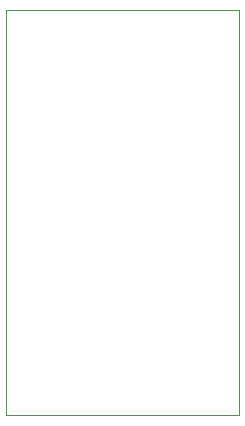
<source format=gbr>
%TF.GenerationSoftware,KiCad,Pcbnew,6.0.5-a6ca702e91~116~ubuntu20.04.1*%
%TF.CreationDate,2022-06-07T16:18:29-07:00*%
%TF.ProjectId,esp8266-dongle,65737038-3236-4362-9d64-6f6e676c652e,rev?*%
%TF.SameCoordinates,Original*%
%TF.FileFunction,Profile,NP*%
%FSLAX46Y46*%
G04 Gerber Fmt 4.6, Leading zero omitted, Abs format (unit mm)*
G04 Created by KiCad (PCBNEW 6.0.5-a6ca702e91~116~ubuntu20.04.1) date 2022-06-07 16:18:29*
%MOMM*%
%LPD*%
G01*
G04 APERTURE LIST*
%TA.AperFunction,Profile*%
%ADD10C,0.100000*%
%TD*%
G04 APERTURE END LIST*
D10*
X106045000Y-104140000D02*
X125730000Y-104140000D01*
X106045000Y-69850000D02*
X125730000Y-69850000D01*
X125730000Y-104140000D02*
X125730000Y-69850000D01*
X106045000Y-69850000D02*
X106045000Y-104140000D01*
M02*

</source>
